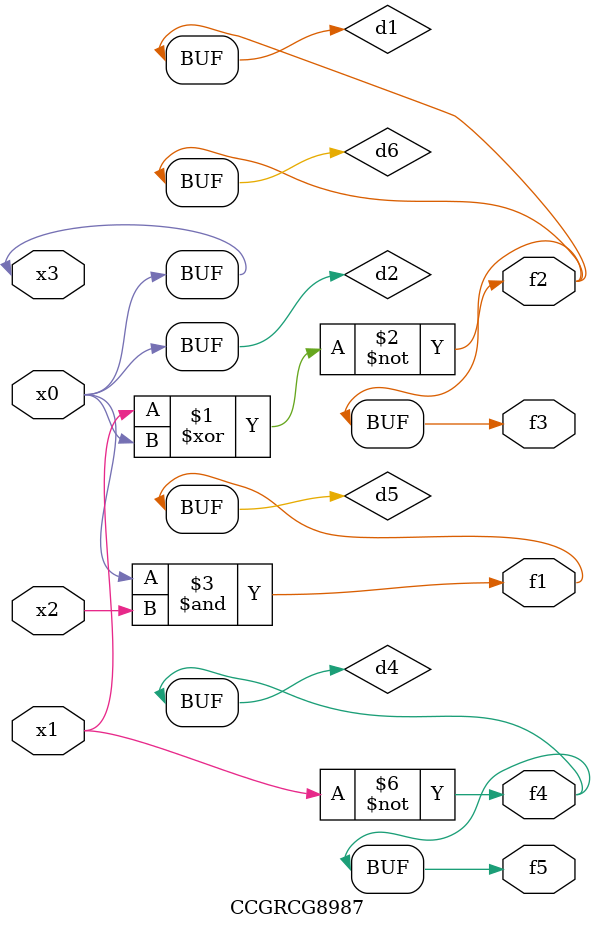
<source format=v>
module CCGRCG8987(
	input x0, x1, x2, x3,
	output f1, f2, f3, f4, f5
);

	wire d1, d2, d3, d4, d5, d6;

	xnor (d1, x1, x3);
	buf (d2, x0, x3);
	nand (d3, x0, x2);
	not (d4, x1);
	nand (d5, d3);
	or (d6, d1);
	assign f1 = d5;
	assign f2 = d6;
	assign f3 = d6;
	assign f4 = d4;
	assign f5 = d4;
endmodule

</source>
